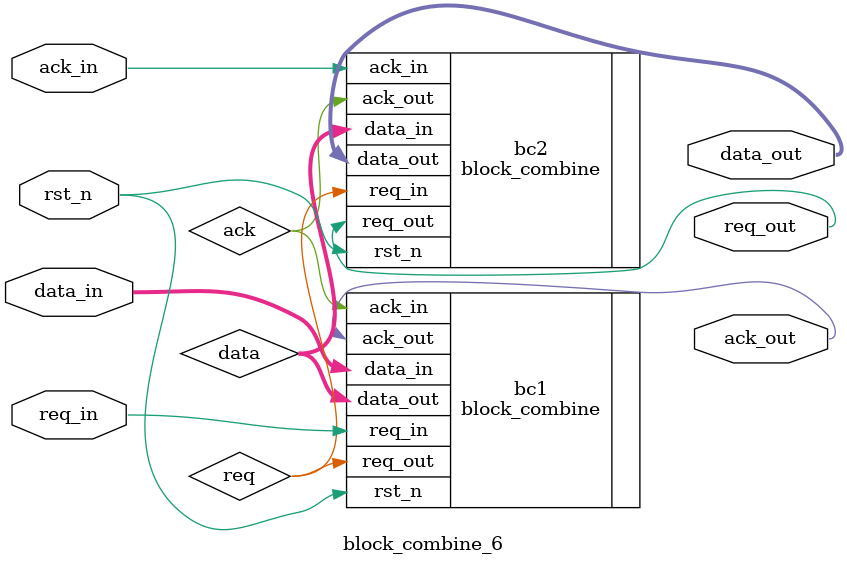
<source format=v>
module block_combine_6(ack_in,req_in,rst_n,
  data_in,data_out,ack_out,req_out);
  parameter data_width=3;
  input ack_in,req_in;
  input rst_n;
  input [data_width-1:0]data_in;
  output [data_width-1:0]data_out;
  output ack_out,req_out;
  wire ack;
  wire req;
  wire [data_width-1:0]data;
  
  block_combine bc1(
    .rst_n(rst_n),
    .req_in(req_in),
    .ack_in(ack),
    .data_in(data_in),
    .req_out(req),
    .ack_out(ack_out),
    .data_out(data)
    );
    
  block_combine bc2(
    .rst_n(rst_n),
    .req_in(req),
    .ack_in(ack_in),
    .data_in(data),
    .req_out(req_out),
    .ack_out(ack),
    .data_out(data_out)
    );
endmodule
</source>
